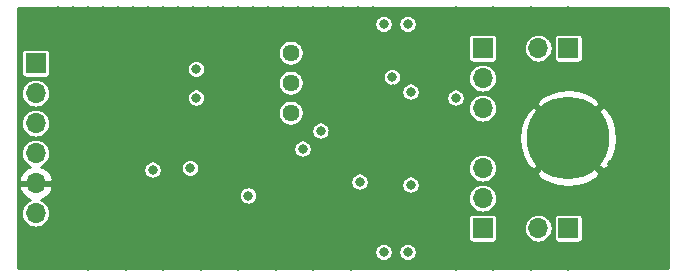
<source format=gbr>
G04 #@! TF.GenerationSoftware,KiCad,Pcbnew,5.1.4-e60b266~84~ubuntu18.04.1*
G04 #@! TF.CreationDate,2019-09-09T22:27:04+10:00*
G04 #@! TF.ProjectId,comparator,636f6d70-6172-4617-946f-722e6b696361,21/06/19*
G04 #@! TF.SameCoordinates,Original*
G04 #@! TF.FileFunction,Copper,L2,Inr*
G04 #@! TF.FilePolarity,Positive*
%FSLAX46Y46*%
G04 Gerber Fmt 4.6, Leading zero omitted, Abs format (unit mm)*
G04 Created by KiCad (PCBNEW 5.1.4-e60b266~84~ubuntu18.04.1) date 2019-09-09 22:27:04*
%MOMM*%
%LPD*%
G04 APERTURE LIST*
%ADD10C,7.000000*%
%ADD11C,0.800000*%
%ADD12R,1.700000X1.700000*%
%ADD13O,1.700000X1.700000*%
%ADD14C,1.440000*%
%ADD15C,0.254000*%
G04 APERTURE END LIST*
D10*
X168910000Y-97790000D03*
D11*
X171535000Y-97790000D03*
X170766155Y-99646155D03*
X168910000Y-100415000D03*
X167053845Y-99646155D03*
X166285000Y-97790000D03*
X167053845Y-95933845D03*
X168910000Y-95165000D03*
X170766155Y-95933845D03*
D12*
X123825000Y-91440000D03*
D13*
X123825000Y-93980000D03*
X123825000Y-96520000D03*
X123825000Y-99060000D03*
X123825000Y-101600000D03*
X123825000Y-104140000D03*
X166370000Y-105410000D03*
D12*
X168910000Y-105410000D03*
D13*
X161671000Y-100330000D03*
X161671000Y-102870000D03*
D12*
X161671000Y-105410000D03*
X168910000Y-90170000D03*
D13*
X166370000Y-90170000D03*
D12*
X161671000Y-90170000D03*
D13*
X161671000Y-92710000D03*
X161671000Y-95250000D03*
D14*
X145415000Y-90551000D03*
X145415000Y-93091000D03*
X145415000Y-95631000D03*
D11*
X133350000Y-86995000D03*
X134620000Y-86995000D03*
X135890000Y-86995000D03*
X137160000Y-86995000D03*
X138430000Y-86995000D03*
X139700000Y-86995000D03*
X140970000Y-86995000D03*
X142240000Y-86995000D03*
X143510000Y-86995000D03*
X144780000Y-86995000D03*
X146050000Y-86995000D03*
X147320000Y-86995000D03*
X148590000Y-86995000D03*
X149860000Y-86995000D03*
X151130000Y-86995000D03*
X152400000Y-86995000D03*
X125730000Y-86995000D03*
X128270000Y-86995000D03*
X129540000Y-86995000D03*
X130810000Y-86995000D03*
X132080000Y-86995000D03*
X127000000Y-86995000D03*
X142748000Y-100076000D03*
X138430000Y-105791000D03*
X140081000Y-105791000D03*
X137160000Y-104521000D03*
X145415000Y-105918000D03*
X146939000Y-105918000D03*
X148590000Y-105918000D03*
X141859000Y-100076000D03*
X143637000Y-100076000D03*
X125603000Y-101600000D03*
X125603000Y-100711000D03*
X125603000Y-102489000D03*
X125984000Y-106045000D03*
X127254000Y-107442000D03*
X128524000Y-106045000D03*
X135255000Y-107442000D03*
X135255000Y-104648000D03*
X135255000Y-102870000D03*
X135255000Y-100076000D03*
X141605000Y-92456000D03*
X141605000Y-93853000D03*
X152654000Y-96520000D03*
X154051000Y-96520000D03*
X152654000Y-98552000D03*
X154051000Y-99187000D03*
X152654000Y-100584000D03*
X154051000Y-101981000D03*
X152908000Y-97536000D03*
X152400000Y-93599000D03*
X154051000Y-93599000D03*
X157226000Y-87757000D03*
X155829000Y-90932000D03*
X157226000Y-107823000D03*
X155829000Y-104648000D03*
X175641000Y-107315000D03*
X175641000Y-104140000D03*
X172593000Y-105664000D03*
X175641000Y-98425000D03*
X172593000Y-99949000D03*
X175641000Y-101600000D03*
X175641000Y-97155000D03*
X172593000Y-95504000D03*
X175641000Y-93980000D03*
X175641000Y-91440000D03*
X175641000Y-88265000D03*
X172593000Y-89916000D03*
X173482000Y-88265000D03*
X173482000Y-91440000D03*
X173355000Y-93980000D03*
X173355000Y-97155000D03*
X173355000Y-98425000D03*
X173355000Y-101600000D03*
X173355000Y-104140000D03*
X173355000Y-107315000D03*
X162687000Y-99187000D03*
X164084000Y-97790000D03*
X162687000Y-96393000D03*
X149733000Y-97282000D03*
X132969000Y-96901000D03*
X125857000Y-92710000D03*
X134874000Y-96393000D03*
X131572000Y-98171000D03*
X125857000Y-95250000D03*
X125857000Y-89916000D03*
X128270000Y-108585000D03*
X131445000Y-108585000D03*
X134620000Y-108585000D03*
X137795000Y-108585000D03*
X140970000Y-108585000D03*
X144145000Y-108585000D03*
X147320000Y-108585000D03*
X150495000Y-108585000D03*
X159385000Y-108585000D03*
X162560000Y-108585000D03*
X165735000Y-108585000D03*
X168910000Y-108585000D03*
X159385000Y-86995000D03*
X162560000Y-86995000D03*
X165735000Y-86995000D03*
X168910000Y-86995000D03*
X164465000Y-91440000D03*
X164465000Y-93980000D03*
X171450000Y-93980000D03*
X171450000Y-91440000D03*
X164465000Y-101600000D03*
X164465000Y-104140000D03*
X171450000Y-101600000D03*
X171450000Y-104140000D03*
X158877000Y-97790000D03*
X158115000Y-94234000D03*
X158115000Y-101600000D03*
X147193000Y-99441000D03*
X147193000Y-96393000D03*
X131318000Y-92710000D03*
X129032000Y-95758000D03*
X130175000Y-94234000D03*
X148971000Y-97282000D03*
X155575000Y-101727000D03*
X136906000Y-100330000D03*
X137414000Y-91948000D03*
X133731000Y-100457000D03*
X141826591Y-102646002D03*
X153289000Y-88138000D03*
X155321000Y-107442000D03*
X155321000Y-88138000D03*
X155575000Y-93853000D03*
X137414000Y-94361000D03*
X151257000Y-101473000D03*
X153289000Y-107442000D03*
X154014000Y-92599683D03*
X159385000Y-94361000D03*
X147955000Y-97155000D03*
X146431000Y-98679000D03*
D15*
G36*
X177373001Y-108793000D02*
G01*
X122322000Y-108793000D01*
X122322000Y-107365472D01*
X152512000Y-107365472D01*
X152512000Y-107518528D01*
X152541859Y-107668643D01*
X152600431Y-107810048D01*
X152685464Y-107937309D01*
X152793691Y-108045536D01*
X152920952Y-108130569D01*
X153062357Y-108189141D01*
X153212472Y-108219000D01*
X153365528Y-108219000D01*
X153515643Y-108189141D01*
X153657048Y-108130569D01*
X153784309Y-108045536D01*
X153892536Y-107937309D01*
X153977569Y-107810048D01*
X154036141Y-107668643D01*
X154066000Y-107518528D01*
X154066000Y-107365472D01*
X154544000Y-107365472D01*
X154544000Y-107518528D01*
X154573859Y-107668643D01*
X154632431Y-107810048D01*
X154717464Y-107937309D01*
X154825691Y-108045536D01*
X154952952Y-108130569D01*
X155094357Y-108189141D01*
X155244472Y-108219000D01*
X155397528Y-108219000D01*
X155547643Y-108189141D01*
X155689048Y-108130569D01*
X155816309Y-108045536D01*
X155924536Y-107937309D01*
X156009569Y-107810048D01*
X156068141Y-107668643D01*
X156098000Y-107518528D01*
X156098000Y-107365472D01*
X156068141Y-107215357D01*
X156009569Y-107073952D01*
X155924536Y-106946691D01*
X155816309Y-106838464D01*
X155689048Y-106753431D01*
X155547643Y-106694859D01*
X155397528Y-106665000D01*
X155244472Y-106665000D01*
X155094357Y-106694859D01*
X154952952Y-106753431D01*
X154825691Y-106838464D01*
X154717464Y-106946691D01*
X154632431Y-107073952D01*
X154573859Y-107215357D01*
X154544000Y-107365472D01*
X154066000Y-107365472D01*
X154036141Y-107215357D01*
X153977569Y-107073952D01*
X153892536Y-106946691D01*
X153784309Y-106838464D01*
X153657048Y-106753431D01*
X153515643Y-106694859D01*
X153365528Y-106665000D01*
X153212472Y-106665000D01*
X153062357Y-106694859D01*
X152920952Y-106753431D01*
X152793691Y-106838464D01*
X152685464Y-106946691D01*
X152600431Y-107073952D01*
X152541859Y-107215357D01*
X152512000Y-107365472D01*
X122322000Y-107365472D01*
X122322000Y-101956890D01*
X122383524Y-101956890D01*
X122428175Y-102104099D01*
X122553359Y-102366920D01*
X122727412Y-102600269D01*
X122943645Y-102795178D01*
X123193748Y-102944157D01*
X123353488Y-103000821D01*
X123353176Y-103000916D01*
X123140017Y-103114851D01*
X122953183Y-103268183D01*
X122799851Y-103455017D01*
X122685916Y-103668176D01*
X122615755Y-103899466D01*
X122592064Y-104140000D01*
X122615755Y-104380534D01*
X122685916Y-104611824D01*
X122799851Y-104824983D01*
X122953183Y-105011817D01*
X123140017Y-105165149D01*
X123353176Y-105279084D01*
X123584466Y-105349245D01*
X123764732Y-105367000D01*
X123885268Y-105367000D01*
X124065534Y-105349245D01*
X124296824Y-105279084D01*
X124509983Y-105165149D01*
X124696817Y-105011817D01*
X124850149Y-104824983D01*
X124964084Y-104611824D01*
X124979804Y-104560000D01*
X160442176Y-104560000D01*
X160442176Y-106260000D01*
X160449455Y-106333905D01*
X160471012Y-106404970D01*
X160506019Y-106470463D01*
X160553131Y-106527869D01*
X160610537Y-106574981D01*
X160676030Y-106609988D01*
X160747095Y-106631545D01*
X160821000Y-106638824D01*
X162521000Y-106638824D01*
X162594905Y-106631545D01*
X162665970Y-106609988D01*
X162731463Y-106574981D01*
X162788869Y-106527869D01*
X162835981Y-106470463D01*
X162870988Y-106404970D01*
X162892545Y-106333905D01*
X162899824Y-106260000D01*
X162899824Y-105410000D01*
X165137064Y-105410000D01*
X165160755Y-105650534D01*
X165230916Y-105881824D01*
X165344851Y-106094983D01*
X165498183Y-106281817D01*
X165685017Y-106435149D01*
X165898176Y-106549084D01*
X166129466Y-106619245D01*
X166309732Y-106637000D01*
X166430268Y-106637000D01*
X166610534Y-106619245D01*
X166841824Y-106549084D01*
X167054983Y-106435149D01*
X167241817Y-106281817D01*
X167395149Y-106094983D01*
X167509084Y-105881824D01*
X167579245Y-105650534D01*
X167602936Y-105410000D01*
X167579245Y-105169466D01*
X167509084Y-104938176D01*
X167395149Y-104725017D01*
X167259722Y-104560000D01*
X167681176Y-104560000D01*
X167681176Y-106260000D01*
X167688455Y-106333905D01*
X167710012Y-106404970D01*
X167745019Y-106470463D01*
X167792131Y-106527869D01*
X167849537Y-106574981D01*
X167915030Y-106609988D01*
X167986095Y-106631545D01*
X168060000Y-106638824D01*
X169760000Y-106638824D01*
X169833905Y-106631545D01*
X169904970Y-106609988D01*
X169970463Y-106574981D01*
X170027869Y-106527869D01*
X170074981Y-106470463D01*
X170109988Y-106404970D01*
X170131545Y-106333905D01*
X170138824Y-106260000D01*
X170138824Y-104560000D01*
X170131545Y-104486095D01*
X170109988Y-104415030D01*
X170074981Y-104349537D01*
X170027869Y-104292131D01*
X169970463Y-104245019D01*
X169904970Y-104210012D01*
X169833905Y-104188455D01*
X169760000Y-104181176D01*
X168060000Y-104181176D01*
X167986095Y-104188455D01*
X167915030Y-104210012D01*
X167849537Y-104245019D01*
X167792131Y-104292131D01*
X167745019Y-104349537D01*
X167710012Y-104415030D01*
X167688455Y-104486095D01*
X167681176Y-104560000D01*
X167259722Y-104560000D01*
X167241817Y-104538183D01*
X167054983Y-104384851D01*
X166841824Y-104270916D01*
X166610534Y-104200755D01*
X166430268Y-104183000D01*
X166309732Y-104183000D01*
X166129466Y-104200755D01*
X165898176Y-104270916D01*
X165685017Y-104384851D01*
X165498183Y-104538183D01*
X165344851Y-104725017D01*
X165230916Y-104938176D01*
X165160755Y-105169466D01*
X165137064Y-105410000D01*
X162899824Y-105410000D01*
X162899824Y-104560000D01*
X162892545Y-104486095D01*
X162870988Y-104415030D01*
X162835981Y-104349537D01*
X162788869Y-104292131D01*
X162731463Y-104245019D01*
X162665970Y-104210012D01*
X162594905Y-104188455D01*
X162521000Y-104181176D01*
X160821000Y-104181176D01*
X160747095Y-104188455D01*
X160676030Y-104210012D01*
X160610537Y-104245019D01*
X160553131Y-104292131D01*
X160506019Y-104349537D01*
X160471012Y-104415030D01*
X160449455Y-104486095D01*
X160442176Y-104560000D01*
X124979804Y-104560000D01*
X125034245Y-104380534D01*
X125057936Y-104140000D01*
X125034245Y-103899466D01*
X124964084Y-103668176D01*
X124850149Y-103455017D01*
X124696817Y-103268183D01*
X124509983Y-103114851D01*
X124296824Y-103000916D01*
X124296512Y-103000821D01*
X124456252Y-102944157D01*
X124706355Y-102795178D01*
X124922588Y-102600269D01*
X124945557Y-102569474D01*
X141049591Y-102569474D01*
X141049591Y-102722530D01*
X141079450Y-102872645D01*
X141138022Y-103014050D01*
X141223055Y-103141311D01*
X141331282Y-103249538D01*
X141458543Y-103334571D01*
X141599948Y-103393143D01*
X141750063Y-103423002D01*
X141903119Y-103423002D01*
X142053234Y-103393143D01*
X142194639Y-103334571D01*
X142321900Y-103249538D01*
X142430127Y-103141311D01*
X142515160Y-103014050D01*
X142573732Y-102872645D01*
X142574258Y-102870000D01*
X160438064Y-102870000D01*
X160461755Y-103110534D01*
X160531916Y-103341824D01*
X160645851Y-103554983D01*
X160799183Y-103741817D01*
X160986017Y-103895149D01*
X161199176Y-104009084D01*
X161430466Y-104079245D01*
X161610732Y-104097000D01*
X161731268Y-104097000D01*
X161911534Y-104079245D01*
X162142824Y-104009084D01*
X162355983Y-103895149D01*
X162542817Y-103741817D01*
X162696149Y-103554983D01*
X162810084Y-103341824D01*
X162880245Y-103110534D01*
X162903936Y-102870000D01*
X162880245Y-102629466D01*
X162810084Y-102398176D01*
X162696149Y-102185017D01*
X162542817Y-101998183D01*
X162355983Y-101844851D01*
X162142824Y-101730916D01*
X161911534Y-101660755D01*
X161731268Y-101643000D01*
X161610732Y-101643000D01*
X161430466Y-101660755D01*
X161199176Y-101730916D01*
X160986017Y-101844851D01*
X160799183Y-101998183D01*
X160645851Y-102185017D01*
X160531916Y-102398176D01*
X160461755Y-102629466D01*
X160438064Y-102870000D01*
X142574258Y-102870000D01*
X142603591Y-102722530D01*
X142603591Y-102569474D01*
X142573732Y-102419359D01*
X142515160Y-102277954D01*
X142430127Y-102150693D01*
X142321900Y-102042466D01*
X142194639Y-101957433D01*
X142053234Y-101898861D01*
X141903119Y-101869002D01*
X141750063Y-101869002D01*
X141599948Y-101898861D01*
X141458543Y-101957433D01*
X141331282Y-102042466D01*
X141223055Y-102150693D01*
X141138022Y-102277954D01*
X141079450Y-102419359D01*
X141049591Y-102569474D01*
X124945557Y-102569474D01*
X125096641Y-102366920D01*
X125221825Y-102104099D01*
X125266476Y-101956890D01*
X125145155Y-101727000D01*
X123952000Y-101727000D01*
X123952000Y-101747000D01*
X123698000Y-101747000D01*
X123698000Y-101727000D01*
X122504845Y-101727000D01*
X122383524Y-101956890D01*
X122322000Y-101956890D01*
X122322000Y-101243110D01*
X122383524Y-101243110D01*
X122504845Y-101473000D01*
X123698000Y-101473000D01*
X123698000Y-101453000D01*
X123952000Y-101453000D01*
X123952000Y-101473000D01*
X125145155Y-101473000D01*
X125185541Y-101396472D01*
X150480000Y-101396472D01*
X150480000Y-101549528D01*
X150509859Y-101699643D01*
X150568431Y-101841048D01*
X150653464Y-101968309D01*
X150761691Y-102076536D01*
X150888952Y-102161569D01*
X151030357Y-102220141D01*
X151180472Y-102250000D01*
X151333528Y-102250000D01*
X151483643Y-102220141D01*
X151625048Y-102161569D01*
X151752309Y-102076536D01*
X151860536Y-101968309D01*
X151945569Y-101841048D01*
X152004141Y-101699643D01*
X152013921Y-101650472D01*
X154798000Y-101650472D01*
X154798000Y-101803528D01*
X154827859Y-101953643D01*
X154886431Y-102095048D01*
X154971464Y-102222309D01*
X155079691Y-102330536D01*
X155206952Y-102415569D01*
X155348357Y-102474141D01*
X155498472Y-102504000D01*
X155651528Y-102504000D01*
X155801643Y-102474141D01*
X155943048Y-102415569D01*
X156070309Y-102330536D01*
X156178536Y-102222309D01*
X156263569Y-102095048D01*
X156322141Y-101953643D01*
X156352000Y-101803528D01*
X156352000Y-101650472D01*
X156322141Y-101500357D01*
X156263569Y-101358952D01*
X156178536Y-101231691D01*
X156070309Y-101123464D01*
X155943048Y-101038431D01*
X155801643Y-100979859D01*
X155651528Y-100950000D01*
X155498472Y-100950000D01*
X155348357Y-100979859D01*
X155206952Y-101038431D01*
X155079691Y-101123464D01*
X154971464Y-101231691D01*
X154886431Y-101358952D01*
X154827859Y-101500357D01*
X154798000Y-101650472D01*
X152013921Y-101650472D01*
X152034000Y-101549528D01*
X152034000Y-101396472D01*
X152004141Y-101246357D01*
X151945569Y-101104952D01*
X151860536Y-100977691D01*
X151752309Y-100869464D01*
X151625048Y-100784431D01*
X151483643Y-100725859D01*
X151333528Y-100696000D01*
X151180472Y-100696000D01*
X151030357Y-100725859D01*
X150888952Y-100784431D01*
X150761691Y-100869464D01*
X150653464Y-100977691D01*
X150568431Y-101104952D01*
X150509859Y-101246357D01*
X150480000Y-101396472D01*
X125185541Y-101396472D01*
X125266476Y-101243110D01*
X125221825Y-101095901D01*
X125096641Y-100833080D01*
X124922588Y-100599731D01*
X124706355Y-100404822D01*
X124665477Y-100380472D01*
X132954000Y-100380472D01*
X132954000Y-100533528D01*
X132983859Y-100683643D01*
X133042431Y-100825048D01*
X133127464Y-100952309D01*
X133235691Y-101060536D01*
X133362952Y-101145569D01*
X133504357Y-101204141D01*
X133654472Y-101234000D01*
X133807528Y-101234000D01*
X133957643Y-101204141D01*
X134099048Y-101145569D01*
X134226309Y-101060536D01*
X134334536Y-100952309D01*
X134419569Y-100825048D01*
X134478141Y-100683643D01*
X134508000Y-100533528D01*
X134508000Y-100380472D01*
X134482739Y-100253472D01*
X136129000Y-100253472D01*
X136129000Y-100406528D01*
X136158859Y-100556643D01*
X136217431Y-100698048D01*
X136302464Y-100825309D01*
X136410691Y-100933536D01*
X136537952Y-101018569D01*
X136679357Y-101077141D01*
X136829472Y-101107000D01*
X136982528Y-101107000D01*
X137132643Y-101077141D01*
X137274048Y-101018569D01*
X137401309Y-100933536D01*
X137509536Y-100825309D01*
X137594569Y-100698048D01*
X137653141Y-100556643D01*
X137683000Y-100406528D01*
X137683000Y-100330000D01*
X160438064Y-100330000D01*
X160461755Y-100570534D01*
X160531916Y-100801824D01*
X160645851Y-101014983D01*
X160799183Y-101201817D01*
X160986017Y-101355149D01*
X161199176Y-101469084D01*
X161430466Y-101539245D01*
X161610732Y-101557000D01*
X161731268Y-101557000D01*
X161911534Y-101539245D01*
X162142824Y-101469084D01*
X162355983Y-101355149D01*
X162542817Y-101201817D01*
X162696149Y-101014983D01*
X162810084Y-100801824D01*
X162839711Y-100704155D01*
X166175450Y-100704155D01*
X166571634Y-101224550D01*
X167286612Y-101614748D01*
X168063976Y-101857964D01*
X168873853Y-101944851D01*
X169685118Y-101872069D01*
X170466597Y-101642415D01*
X171188256Y-101264715D01*
X171248366Y-101224550D01*
X171644550Y-100704155D01*
X168910000Y-97969605D01*
X166175450Y-100704155D01*
X162839711Y-100704155D01*
X162880245Y-100570534D01*
X162903936Y-100330000D01*
X162880245Y-100089466D01*
X162810084Y-99858176D01*
X162696149Y-99645017D01*
X162542817Y-99458183D01*
X162355983Y-99304851D01*
X162142824Y-99190916D01*
X161911534Y-99120755D01*
X161731268Y-99103000D01*
X161610732Y-99103000D01*
X161430466Y-99120755D01*
X161199176Y-99190916D01*
X160986017Y-99304851D01*
X160799183Y-99458183D01*
X160645851Y-99645017D01*
X160531916Y-99858176D01*
X160461755Y-100089466D01*
X160438064Y-100330000D01*
X137683000Y-100330000D01*
X137683000Y-100253472D01*
X137653141Y-100103357D01*
X137594569Y-99961952D01*
X137509536Y-99834691D01*
X137401309Y-99726464D01*
X137274048Y-99641431D01*
X137132643Y-99582859D01*
X136982528Y-99553000D01*
X136829472Y-99553000D01*
X136679357Y-99582859D01*
X136537952Y-99641431D01*
X136410691Y-99726464D01*
X136302464Y-99834691D01*
X136217431Y-99961952D01*
X136158859Y-100103357D01*
X136129000Y-100253472D01*
X134482739Y-100253472D01*
X134478141Y-100230357D01*
X134419569Y-100088952D01*
X134334536Y-99961691D01*
X134226309Y-99853464D01*
X134099048Y-99768431D01*
X133957643Y-99709859D01*
X133807528Y-99680000D01*
X133654472Y-99680000D01*
X133504357Y-99709859D01*
X133362952Y-99768431D01*
X133235691Y-99853464D01*
X133127464Y-99961691D01*
X133042431Y-100088952D01*
X132983859Y-100230357D01*
X132954000Y-100380472D01*
X124665477Y-100380472D01*
X124456252Y-100255843D01*
X124296512Y-100199179D01*
X124296824Y-100199084D01*
X124509983Y-100085149D01*
X124696817Y-99931817D01*
X124850149Y-99744983D01*
X124964084Y-99531824D01*
X125034245Y-99300534D01*
X125057936Y-99060000D01*
X125034245Y-98819466D01*
X124968421Y-98602472D01*
X145654000Y-98602472D01*
X145654000Y-98755528D01*
X145683859Y-98905643D01*
X145742431Y-99047048D01*
X145827464Y-99174309D01*
X145935691Y-99282536D01*
X146062952Y-99367569D01*
X146204357Y-99426141D01*
X146354472Y-99456000D01*
X146507528Y-99456000D01*
X146657643Y-99426141D01*
X146799048Y-99367569D01*
X146926309Y-99282536D01*
X147034536Y-99174309D01*
X147119569Y-99047048D01*
X147178141Y-98905643D01*
X147208000Y-98755528D01*
X147208000Y-98602472D01*
X147178141Y-98452357D01*
X147119569Y-98310952D01*
X147034536Y-98183691D01*
X146926309Y-98075464D01*
X146799048Y-97990431D01*
X146657643Y-97931859D01*
X146507528Y-97902000D01*
X146354472Y-97902000D01*
X146204357Y-97931859D01*
X146062952Y-97990431D01*
X145935691Y-98075464D01*
X145827464Y-98183691D01*
X145742431Y-98310952D01*
X145683859Y-98452357D01*
X145654000Y-98602472D01*
X124968421Y-98602472D01*
X124964084Y-98588176D01*
X124850149Y-98375017D01*
X124696817Y-98188183D01*
X124509983Y-98034851D01*
X124296824Y-97920916D01*
X124065534Y-97850755D01*
X123885268Y-97833000D01*
X123764732Y-97833000D01*
X123584466Y-97850755D01*
X123353176Y-97920916D01*
X123140017Y-98034851D01*
X122953183Y-98188183D01*
X122799851Y-98375017D01*
X122685916Y-98588176D01*
X122615755Y-98819466D01*
X122592064Y-99060000D01*
X122615755Y-99300534D01*
X122685916Y-99531824D01*
X122799851Y-99744983D01*
X122953183Y-99931817D01*
X123140017Y-100085149D01*
X123353176Y-100199084D01*
X123353488Y-100199179D01*
X123193748Y-100255843D01*
X122943645Y-100404822D01*
X122727412Y-100599731D01*
X122553359Y-100833080D01*
X122428175Y-101095901D01*
X122383524Y-101243110D01*
X122322000Y-101243110D01*
X122322000Y-96520000D01*
X122592064Y-96520000D01*
X122615755Y-96760534D01*
X122685916Y-96991824D01*
X122799851Y-97204983D01*
X122953183Y-97391817D01*
X123140017Y-97545149D01*
X123353176Y-97659084D01*
X123584466Y-97729245D01*
X123764732Y-97747000D01*
X123885268Y-97747000D01*
X124065534Y-97729245D01*
X124296824Y-97659084D01*
X124509983Y-97545149D01*
X124696817Y-97391817D01*
X124850149Y-97204983D01*
X124917770Y-97078472D01*
X147178000Y-97078472D01*
X147178000Y-97231528D01*
X147207859Y-97381643D01*
X147266431Y-97523048D01*
X147351464Y-97650309D01*
X147459691Y-97758536D01*
X147586952Y-97843569D01*
X147728357Y-97902141D01*
X147878472Y-97932000D01*
X148031528Y-97932000D01*
X148181643Y-97902141D01*
X148323048Y-97843569D01*
X148450309Y-97758536D01*
X148454992Y-97753853D01*
X164755149Y-97753853D01*
X164827931Y-98565118D01*
X165057585Y-99346597D01*
X165435285Y-100068256D01*
X165475450Y-100128366D01*
X165995845Y-100524550D01*
X168730395Y-97790000D01*
X169089605Y-97790000D01*
X171824155Y-100524550D01*
X172344550Y-100128366D01*
X172734748Y-99413388D01*
X172977964Y-98636024D01*
X173064851Y-97826147D01*
X172992069Y-97014882D01*
X172762415Y-96233403D01*
X172384715Y-95511744D01*
X172344550Y-95451634D01*
X171824155Y-95055450D01*
X169089605Y-97790000D01*
X168730395Y-97790000D01*
X165995845Y-95055450D01*
X165475450Y-95451634D01*
X165085252Y-96166612D01*
X164842036Y-96943976D01*
X164755149Y-97753853D01*
X148454992Y-97753853D01*
X148558536Y-97650309D01*
X148643569Y-97523048D01*
X148702141Y-97381643D01*
X148732000Y-97231528D01*
X148732000Y-97078472D01*
X148702141Y-96928357D01*
X148643569Y-96786952D01*
X148558536Y-96659691D01*
X148450309Y-96551464D01*
X148323048Y-96466431D01*
X148181643Y-96407859D01*
X148031528Y-96378000D01*
X147878472Y-96378000D01*
X147728357Y-96407859D01*
X147586952Y-96466431D01*
X147459691Y-96551464D01*
X147351464Y-96659691D01*
X147266431Y-96786952D01*
X147207859Y-96928357D01*
X147178000Y-97078472D01*
X124917770Y-97078472D01*
X124964084Y-96991824D01*
X125034245Y-96760534D01*
X125057936Y-96520000D01*
X125034245Y-96279466D01*
X124964084Y-96048176D01*
X124850149Y-95835017D01*
X124696817Y-95648183D01*
X124544228Y-95522955D01*
X144318000Y-95522955D01*
X144318000Y-95739045D01*
X144360157Y-95950983D01*
X144442851Y-96150624D01*
X144562904Y-96330297D01*
X144715703Y-96483096D01*
X144895376Y-96603149D01*
X145095017Y-96685843D01*
X145306955Y-96728000D01*
X145523045Y-96728000D01*
X145734983Y-96685843D01*
X145934624Y-96603149D01*
X146114297Y-96483096D01*
X146267096Y-96330297D01*
X146387149Y-96150624D01*
X146469843Y-95950983D01*
X146512000Y-95739045D01*
X146512000Y-95522955D01*
X146469843Y-95311017D01*
X146444569Y-95250000D01*
X160438064Y-95250000D01*
X160461755Y-95490534D01*
X160531916Y-95721824D01*
X160645851Y-95934983D01*
X160799183Y-96121817D01*
X160986017Y-96275149D01*
X161199176Y-96389084D01*
X161430466Y-96459245D01*
X161610732Y-96477000D01*
X161731268Y-96477000D01*
X161911534Y-96459245D01*
X162142824Y-96389084D01*
X162355983Y-96275149D01*
X162542817Y-96121817D01*
X162696149Y-95934983D01*
X162810084Y-95721824D01*
X162880245Y-95490534D01*
X162903936Y-95250000D01*
X162880245Y-95009466D01*
X162839712Y-94875845D01*
X166175450Y-94875845D01*
X168910000Y-97610395D01*
X171644550Y-94875845D01*
X171248366Y-94355450D01*
X170533388Y-93965252D01*
X169756024Y-93722036D01*
X168946147Y-93635149D01*
X168134882Y-93707931D01*
X167353403Y-93937585D01*
X166631744Y-94315285D01*
X166571634Y-94355450D01*
X166175450Y-94875845D01*
X162839712Y-94875845D01*
X162810084Y-94778176D01*
X162696149Y-94565017D01*
X162542817Y-94378183D01*
X162355983Y-94224851D01*
X162142824Y-94110916D01*
X161911534Y-94040755D01*
X161731268Y-94023000D01*
X161610732Y-94023000D01*
X161430466Y-94040755D01*
X161199176Y-94110916D01*
X160986017Y-94224851D01*
X160799183Y-94378183D01*
X160645851Y-94565017D01*
X160531916Y-94778176D01*
X160461755Y-95009466D01*
X160438064Y-95250000D01*
X146444569Y-95250000D01*
X146387149Y-95111376D01*
X146267096Y-94931703D01*
X146114297Y-94778904D01*
X145934624Y-94658851D01*
X145734983Y-94576157D01*
X145523045Y-94534000D01*
X145306955Y-94534000D01*
X145095017Y-94576157D01*
X144895376Y-94658851D01*
X144715703Y-94778904D01*
X144562904Y-94931703D01*
X144442851Y-95111376D01*
X144360157Y-95311017D01*
X144318000Y-95522955D01*
X124544228Y-95522955D01*
X124509983Y-95494851D01*
X124296824Y-95380916D01*
X124065534Y-95310755D01*
X123885268Y-95293000D01*
X123764732Y-95293000D01*
X123584466Y-95310755D01*
X123353176Y-95380916D01*
X123140017Y-95494851D01*
X122953183Y-95648183D01*
X122799851Y-95835017D01*
X122685916Y-96048176D01*
X122615755Y-96279466D01*
X122592064Y-96520000D01*
X122322000Y-96520000D01*
X122322000Y-93980000D01*
X122592064Y-93980000D01*
X122615755Y-94220534D01*
X122685916Y-94451824D01*
X122799851Y-94664983D01*
X122953183Y-94851817D01*
X123140017Y-95005149D01*
X123353176Y-95119084D01*
X123584466Y-95189245D01*
X123764732Y-95207000D01*
X123885268Y-95207000D01*
X124065534Y-95189245D01*
X124296824Y-95119084D01*
X124509983Y-95005149D01*
X124696817Y-94851817D01*
X124850149Y-94664983D01*
X124964084Y-94451824D01*
X125014849Y-94284472D01*
X136637000Y-94284472D01*
X136637000Y-94437528D01*
X136666859Y-94587643D01*
X136725431Y-94729048D01*
X136810464Y-94856309D01*
X136918691Y-94964536D01*
X137045952Y-95049569D01*
X137187357Y-95108141D01*
X137337472Y-95138000D01*
X137490528Y-95138000D01*
X137640643Y-95108141D01*
X137782048Y-95049569D01*
X137909309Y-94964536D01*
X138017536Y-94856309D01*
X138102569Y-94729048D01*
X138161141Y-94587643D01*
X138191000Y-94437528D01*
X138191000Y-94284472D01*
X138161141Y-94134357D01*
X138102569Y-93992952D01*
X138017536Y-93865691D01*
X137909309Y-93757464D01*
X137782048Y-93672431D01*
X137640643Y-93613859D01*
X137490528Y-93584000D01*
X137337472Y-93584000D01*
X137187357Y-93613859D01*
X137045952Y-93672431D01*
X136918691Y-93757464D01*
X136810464Y-93865691D01*
X136725431Y-93992952D01*
X136666859Y-94134357D01*
X136637000Y-94284472D01*
X125014849Y-94284472D01*
X125034245Y-94220534D01*
X125057936Y-93980000D01*
X125034245Y-93739466D01*
X124964084Y-93508176D01*
X124850149Y-93295017D01*
X124696817Y-93108183D01*
X124544228Y-92982955D01*
X144318000Y-92982955D01*
X144318000Y-93199045D01*
X144360157Y-93410983D01*
X144442851Y-93610624D01*
X144562904Y-93790297D01*
X144715703Y-93943096D01*
X144895376Y-94063149D01*
X145095017Y-94145843D01*
X145306955Y-94188000D01*
X145523045Y-94188000D01*
X145734983Y-94145843D01*
X145934624Y-94063149D01*
X146114297Y-93943096D01*
X146267096Y-93790297D01*
X146276333Y-93776472D01*
X154798000Y-93776472D01*
X154798000Y-93929528D01*
X154827859Y-94079643D01*
X154886431Y-94221048D01*
X154971464Y-94348309D01*
X155079691Y-94456536D01*
X155206952Y-94541569D01*
X155348357Y-94600141D01*
X155498472Y-94630000D01*
X155651528Y-94630000D01*
X155801643Y-94600141D01*
X155943048Y-94541569D01*
X156070309Y-94456536D01*
X156178536Y-94348309D01*
X156221190Y-94284472D01*
X158608000Y-94284472D01*
X158608000Y-94437528D01*
X158637859Y-94587643D01*
X158696431Y-94729048D01*
X158781464Y-94856309D01*
X158889691Y-94964536D01*
X159016952Y-95049569D01*
X159158357Y-95108141D01*
X159308472Y-95138000D01*
X159461528Y-95138000D01*
X159611643Y-95108141D01*
X159753048Y-95049569D01*
X159880309Y-94964536D01*
X159988536Y-94856309D01*
X160073569Y-94729048D01*
X160132141Y-94587643D01*
X160162000Y-94437528D01*
X160162000Y-94284472D01*
X160132141Y-94134357D01*
X160073569Y-93992952D01*
X159988536Y-93865691D01*
X159880309Y-93757464D01*
X159753048Y-93672431D01*
X159611643Y-93613859D01*
X159461528Y-93584000D01*
X159308472Y-93584000D01*
X159158357Y-93613859D01*
X159016952Y-93672431D01*
X158889691Y-93757464D01*
X158781464Y-93865691D01*
X158696431Y-93992952D01*
X158637859Y-94134357D01*
X158608000Y-94284472D01*
X156221190Y-94284472D01*
X156263569Y-94221048D01*
X156322141Y-94079643D01*
X156352000Y-93929528D01*
X156352000Y-93776472D01*
X156322141Y-93626357D01*
X156263569Y-93484952D01*
X156178536Y-93357691D01*
X156070309Y-93249464D01*
X155943048Y-93164431D01*
X155801643Y-93105859D01*
X155651528Y-93076000D01*
X155498472Y-93076000D01*
X155348357Y-93105859D01*
X155206952Y-93164431D01*
X155079691Y-93249464D01*
X154971464Y-93357691D01*
X154886431Y-93484952D01*
X154827859Y-93626357D01*
X154798000Y-93776472D01*
X146276333Y-93776472D01*
X146387149Y-93610624D01*
X146469843Y-93410983D01*
X146512000Y-93199045D01*
X146512000Y-92982955D01*
X146469843Y-92771017D01*
X146387149Y-92571376D01*
X146354929Y-92523155D01*
X153237000Y-92523155D01*
X153237000Y-92676211D01*
X153266859Y-92826326D01*
X153325431Y-92967731D01*
X153410464Y-93094992D01*
X153518691Y-93203219D01*
X153645952Y-93288252D01*
X153787357Y-93346824D01*
X153937472Y-93376683D01*
X154090528Y-93376683D01*
X154240643Y-93346824D01*
X154382048Y-93288252D01*
X154509309Y-93203219D01*
X154617536Y-93094992D01*
X154702569Y-92967731D01*
X154761141Y-92826326D01*
X154784279Y-92710000D01*
X160438064Y-92710000D01*
X160461755Y-92950534D01*
X160531916Y-93181824D01*
X160645851Y-93394983D01*
X160799183Y-93581817D01*
X160986017Y-93735149D01*
X161199176Y-93849084D01*
X161430466Y-93919245D01*
X161610732Y-93937000D01*
X161731268Y-93937000D01*
X161911534Y-93919245D01*
X162142824Y-93849084D01*
X162355983Y-93735149D01*
X162542817Y-93581817D01*
X162696149Y-93394983D01*
X162810084Y-93181824D01*
X162880245Y-92950534D01*
X162903936Y-92710000D01*
X162880245Y-92469466D01*
X162810084Y-92238176D01*
X162696149Y-92025017D01*
X162542817Y-91838183D01*
X162355983Y-91684851D01*
X162142824Y-91570916D01*
X161911534Y-91500755D01*
X161731268Y-91483000D01*
X161610732Y-91483000D01*
X161430466Y-91500755D01*
X161199176Y-91570916D01*
X160986017Y-91684851D01*
X160799183Y-91838183D01*
X160645851Y-92025017D01*
X160531916Y-92238176D01*
X160461755Y-92469466D01*
X160438064Y-92710000D01*
X154784279Y-92710000D01*
X154791000Y-92676211D01*
X154791000Y-92523155D01*
X154761141Y-92373040D01*
X154702569Y-92231635D01*
X154617536Y-92104374D01*
X154509309Y-91996147D01*
X154382048Y-91911114D01*
X154240643Y-91852542D01*
X154090528Y-91822683D01*
X153937472Y-91822683D01*
X153787357Y-91852542D01*
X153645952Y-91911114D01*
X153518691Y-91996147D01*
X153410464Y-92104374D01*
X153325431Y-92231635D01*
X153266859Y-92373040D01*
X153237000Y-92523155D01*
X146354929Y-92523155D01*
X146267096Y-92391703D01*
X146114297Y-92238904D01*
X145934624Y-92118851D01*
X145734983Y-92036157D01*
X145523045Y-91994000D01*
X145306955Y-91994000D01*
X145095017Y-92036157D01*
X144895376Y-92118851D01*
X144715703Y-92238904D01*
X144562904Y-92391703D01*
X144442851Y-92571376D01*
X144360157Y-92771017D01*
X144318000Y-92982955D01*
X124544228Y-92982955D01*
X124509983Y-92954851D01*
X124296824Y-92840916D01*
X124065534Y-92770755D01*
X123885268Y-92753000D01*
X123764732Y-92753000D01*
X123584466Y-92770755D01*
X123353176Y-92840916D01*
X123140017Y-92954851D01*
X122953183Y-93108183D01*
X122799851Y-93295017D01*
X122685916Y-93508176D01*
X122615755Y-93739466D01*
X122592064Y-93980000D01*
X122322000Y-93980000D01*
X122322000Y-90590000D01*
X122596176Y-90590000D01*
X122596176Y-92290000D01*
X122603455Y-92363905D01*
X122625012Y-92434970D01*
X122660019Y-92500463D01*
X122707131Y-92557869D01*
X122764537Y-92604981D01*
X122830030Y-92639988D01*
X122901095Y-92661545D01*
X122975000Y-92668824D01*
X124675000Y-92668824D01*
X124748905Y-92661545D01*
X124819970Y-92639988D01*
X124885463Y-92604981D01*
X124942869Y-92557869D01*
X124989981Y-92500463D01*
X125024988Y-92434970D01*
X125046545Y-92363905D01*
X125053824Y-92290000D01*
X125053824Y-91871472D01*
X136637000Y-91871472D01*
X136637000Y-92024528D01*
X136666859Y-92174643D01*
X136725431Y-92316048D01*
X136810464Y-92443309D01*
X136918691Y-92551536D01*
X137045952Y-92636569D01*
X137187357Y-92695141D01*
X137337472Y-92725000D01*
X137490528Y-92725000D01*
X137640643Y-92695141D01*
X137782048Y-92636569D01*
X137909309Y-92551536D01*
X138017536Y-92443309D01*
X138102569Y-92316048D01*
X138161141Y-92174643D01*
X138191000Y-92024528D01*
X138191000Y-91871472D01*
X138161141Y-91721357D01*
X138102569Y-91579952D01*
X138017536Y-91452691D01*
X137909309Y-91344464D01*
X137782048Y-91259431D01*
X137640643Y-91200859D01*
X137490528Y-91171000D01*
X137337472Y-91171000D01*
X137187357Y-91200859D01*
X137045952Y-91259431D01*
X136918691Y-91344464D01*
X136810464Y-91452691D01*
X136725431Y-91579952D01*
X136666859Y-91721357D01*
X136637000Y-91871472D01*
X125053824Y-91871472D01*
X125053824Y-90590000D01*
X125046545Y-90516095D01*
X125024988Y-90445030D01*
X125023879Y-90442955D01*
X144318000Y-90442955D01*
X144318000Y-90659045D01*
X144360157Y-90870983D01*
X144442851Y-91070624D01*
X144562904Y-91250297D01*
X144715703Y-91403096D01*
X144895376Y-91523149D01*
X145095017Y-91605843D01*
X145306955Y-91648000D01*
X145523045Y-91648000D01*
X145734983Y-91605843D01*
X145934624Y-91523149D01*
X146114297Y-91403096D01*
X146267096Y-91250297D01*
X146387149Y-91070624D01*
X146469843Y-90870983D01*
X146512000Y-90659045D01*
X146512000Y-90442955D01*
X146469843Y-90231017D01*
X146387149Y-90031376D01*
X146267096Y-89851703D01*
X146114297Y-89698904D01*
X145934624Y-89578851D01*
X145734983Y-89496157D01*
X145523045Y-89454000D01*
X145306955Y-89454000D01*
X145095017Y-89496157D01*
X144895376Y-89578851D01*
X144715703Y-89698904D01*
X144562904Y-89851703D01*
X144442851Y-90031376D01*
X144360157Y-90231017D01*
X144318000Y-90442955D01*
X125023879Y-90442955D01*
X124989981Y-90379537D01*
X124942869Y-90322131D01*
X124885463Y-90275019D01*
X124819970Y-90240012D01*
X124748905Y-90218455D01*
X124675000Y-90211176D01*
X122975000Y-90211176D01*
X122901095Y-90218455D01*
X122830030Y-90240012D01*
X122764537Y-90275019D01*
X122707131Y-90322131D01*
X122660019Y-90379537D01*
X122625012Y-90445030D01*
X122603455Y-90516095D01*
X122596176Y-90590000D01*
X122322000Y-90590000D01*
X122322000Y-89320000D01*
X160442176Y-89320000D01*
X160442176Y-91020000D01*
X160449455Y-91093905D01*
X160471012Y-91164970D01*
X160506019Y-91230463D01*
X160553131Y-91287869D01*
X160610537Y-91334981D01*
X160676030Y-91369988D01*
X160747095Y-91391545D01*
X160821000Y-91398824D01*
X162521000Y-91398824D01*
X162594905Y-91391545D01*
X162665970Y-91369988D01*
X162731463Y-91334981D01*
X162788869Y-91287869D01*
X162835981Y-91230463D01*
X162870988Y-91164970D01*
X162892545Y-91093905D01*
X162899824Y-91020000D01*
X162899824Y-90170000D01*
X165137064Y-90170000D01*
X165160755Y-90410534D01*
X165230916Y-90641824D01*
X165344851Y-90854983D01*
X165498183Y-91041817D01*
X165685017Y-91195149D01*
X165898176Y-91309084D01*
X166129466Y-91379245D01*
X166309732Y-91397000D01*
X166430268Y-91397000D01*
X166610534Y-91379245D01*
X166841824Y-91309084D01*
X167054983Y-91195149D01*
X167241817Y-91041817D01*
X167395149Y-90854983D01*
X167509084Y-90641824D01*
X167579245Y-90410534D01*
X167602936Y-90170000D01*
X167579245Y-89929466D01*
X167509084Y-89698176D01*
X167395149Y-89485017D01*
X167259722Y-89320000D01*
X167681176Y-89320000D01*
X167681176Y-91020000D01*
X167688455Y-91093905D01*
X167710012Y-91164970D01*
X167745019Y-91230463D01*
X167792131Y-91287869D01*
X167849537Y-91334981D01*
X167915030Y-91369988D01*
X167986095Y-91391545D01*
X168060000Y-91398824D01*
X169760000Y-91398824D01*
X169833905Y-91391545D01*
X169904970Y-91369988D01*
X169970463Y-91334981D01*
X170027869Y-91287869D01*
X170074981Y-91230463D01*
X170109988Y-91164970D01*
X170131545Y-91093905D01*
X170138824Y-91020000D01*
X170138824Y-89320000D01*
X170131545Y-89246095D01*
X170109988Y-89175030D01*
X170074981Y-89109537D01*
X170027869Y-89052131D01*
X169970463Y-89005019D01*
X169904970Y-88970012D01*
X169833905Y-88948455D01*
X169760000Y-88941176D01*
X168060000Y-88941176D01*
X167986095Y-88948455D01*
X167915030Y-88970012D01*
X167849537Y-89005019D01*
X167792131Y-89052131D01*
X167745019Y-89109537D01*
X167710012Y-89175030D01*
X167688455Y-89246095D01*
X167681176Y-89320000D01*
X167259722Y-89320000D01*
X167241817Y-89298183D01*
X167054983Y-89144851D01*
X166841824Y-89030916D01*
X166610534Y-88960755D01*
X166430268Y-88943000D01*
X166309732Y-88943000D01*
X166129466Y-88960755D01*
X165898176Y-89030916D01*
X165685017Y-89144851D01*
X165498183Y-89298183D01*
X165344851Y-89485017D01*
X165230916Y-89698176D01*
X165160755Y-89929466D01*
X165137064Y-90170000D01*
X162899824Y-90170000D01*
X162899824Y-89320000D01*
X162892545Y-89246095D01*
X162870988Y-89175030D01*
X162835981Y-89109537D01*
X162788869Y-89052131D01*
X162731463Y-89005019D01*
X162665970Y-88970012D01*
X162594905Y-88948455D01*
X162521000Y-88941176D01*
X160821000Y-88941176D01*
X160747095Y-88948455D01*
X160676030Y-88970012D01*
X160610537Y-89005019D01*
X160553131Y-89052131D01*
X160506019Y-89109537D01*
X160471012Y-89175030D01*
X160449455Y-89246095D01*
X160442176Y-89320000D01*
X122322000Y-89320000D01*
X122322000Y-88061472D01*
X152512000Y-88061472D01*
X152512000Y-88214528D01*
X152541859Y-88364643D01*
X152600431Y-88506048D01*
X152685464Y-88633309D01*
X152793691Y-88741536D01*
X152920952Y-88826569D01*
X153062357Y-88885141D01*
X153212472Y-88915000D01*
X153365528Y-88915000D01*
X153515643Y-88885141D01*
X153657048Y-88826569D01*
X153784309Y-88741536D01*
X153892536Y-88633309D01*
X153977569Y-88506048D01*
X154036141Y-88364643D01*
X154066000Y-88214528D01*
X154066000Y-88061472D01*
X154544000Y-88061472D01*
X154544000Y-88214528D01*
X154573859Y-88364643D01*
X154632431Y-88506048D01*
X154717464Y-88633309D01*
X154825691Y-88741536D01*
X154952952Y-88826569D01*
X155094357Y-88885141D01*
X155244472Y-88915000D01*
X155397528Y-88915000D01*
X155547643Y-88885141D01*
X155689048Y-88826569D01*
X155816309Y-88741536D01*
X155924536Y-88633309D01*
X156009569Y-88506048D01*
X156068141Y-88364643D01*
X156098000Y-88214528D01*
X156098000Y-88061472D01*
X156068141Y-87911357D01*
X156009569Y-87769952D01*
X155924536Y-87642691D01*
X155816309Y-87534464D01*
X155689048Y-87449431D01*
X155547643Y-87390859D01*
X155397528Y-87361000D01*
X155244472Y-87361000D01*
X155094357Y-87390859D01*
X154952952Y-87449431D01*
X154825691Y-87534464D01*
X154717464Y-87642691D01*
X154632431Y-87769952D01*
X154573859Y-87911357D01*
X154544000Y-88061472D01*
X154066000Y-88061472D01*
X154036141Y-87911357D01*
X153977569Y-87769952D01*
X153892536Y-87642691D01*
X153784309Y-87534464D01*
X153657048Y-87449431D01*
X153515643Y-87390859D01*
X153365528Y-87361000D01*
X153212472Y-87361000D01*
X153062357Y-87390859D01*
X152920952Y-87449431D01*
X152793691Y-87534464D01*
X152685464Y-87642691D01*
X152600431Y-87769952D01*
X152541859Y-87911357D01*
X152512000Y-88061472D01*
X122322000Y-88061472D01*
X122322000Y-86787000D01*
X177373000Y-86787000D01*
X177373001Y-108793000D01*
X177373001Y-108793000D01*
G37*
X177373001Y-108793000D02*
X122322000Y-108793000D01*
X122322000Y-107365472D01*
X152512000Y-107365472D01*
X152512000Y-107518528D01*
X152541859Y-107668643D01*
X152600431Y-107810048D01*
X152685464Y-107937309D01*
X152793691Y-108045536D01*
X152920952Y-108130569D01*
X153062357Y-108189141D01*
X153212472Y-108219000D01*
X153365528Y-108219000D01*
X153515643Y-108189141D01*
X153657048Y-108130569D01*
X153784309Y-108045536D01*
X153892536Y-107937309D01*
X153977569Y-107810048D01*
X154036141Y-107668643D01*
X154066000Y-107518528D01*
X154066000Y-107365472D01*
X154544000Y-107365472D01*
X154544000Y-107518528D01*
X154573859Y-107668643D01*
X154632431Y-107810048D01*
X154717464Y-107937309D01*
X154825691Y-108045536D01*
X154952952Y-108130569D01*
X155094357Y-108189141D01*
X155244472Y-108219000D01*
X155397528Y-108219000D01*
X155547643Y-108189141D01*
X155689048Y-108130569D01*
X155816309Y-108045536D01*
X155924536Y-107937309D01*
X156009569Y-107810048D01*
X156068141Y-107668643D01*
X156098000Y-107518528D01*
X156098000Y-107365472D01*
X156068141Y-107215357D01*
X156009569Y-107073952D01*
X155924536Y-106946691D01*
X155816309Y-106838464D01*
X155689048Y-106753431D01*
X155547643Y-106694859D01*
X155397528Y-106665000D01*
X155244472Y-106665000D01*
X155094357Y-106694859D01*
X154952952Y-106753431D01*
X154825691Y-106838464D01*
X154717464Y-106946691D01*
X154632431Y-107073952D01*
X154573859Y-107215357D01*
X154544000Y-107365472D01*
X154066000Y-107365472D01*
X154036141Y-107215357D01*
X153977569Y-107073952D01*
X153892536Y-106946691D01*
X153784309Y-106838464D01*
X153657048Y-106753431D01*
X153515643Y-106694859D01*
X153365528Y-106665000D01*
X153212472Y-106665000D01*
X153062357Y-106694859D01*
X152920952Y-106753431D01*
X152793691Y-106838464D01*
X152685464Y-106946691D01*
X152600431Y-107073952D01*
X152541859Y-107215357D01*
X152512000Y-107365472D01*
X122322000Y-107365472D01*
X122322000Y-101956890D01*
X122383524Y-101956890D01*
X122428175Y-102104099D01*
X122553359Y-102366920D01*
X122727412Y-102600269D01*
X122943645Y-102795178D01*
X123193748Y-102944157D01*
X123353488Y-103000821D01*
X123353176Y-103000916D01*
X123140017Y-103114851D01*
X122953183Y-103268183D01*
X122799851Y-103455017D01*
X122685916Y-103668176D01*
X122615755Y-103899466D01*
X122592064Y-104140000D01*
X122615755Y-104380534D01*
X122685916Y-104611824D01*
X122799851Y-104824983D01*
X122953183Y-105011817D01*
X123140017Y-105165149D01*
X123353176Y-105279084D01*
X123584466Y-105349245D01*
X123764732Y-105367000D01*
X123885268Y-105367000D01*
X124065534Y-105349245D01*
X124296824Y-105279084D01*
X124509983Y-105165149D01*
X124696817Y-105011817D01*
X124850149Y-104824983D01*
X124964084Y-104611824D01*
X124979804Y-104560000D01*
X160442176Y-104560000D01*
X160442176Y-106260000D01*
X160449455Y-106333905D01*
X160471012Y-106404970D01*
X160506019Y-106470463D01*
X160553131Y-106527869D01*
X160610537Y-106574981D01*
X160676030Y-106609988D01*
X160747095Y-106631545D01*
X160821000Y-106638824D01*
X162521000Y-106638824D01*
X162594905Y-106631545D01*
X162665970Y-106609988D01*
X162731463Y-106574981D01*
X162788869Y-106527869D01*
X162835981Y-106470463D01*
X162870988Y-106404970D01*
X162892545Y-106333905D01*
X162899824Y-106260000D01*
X162899824Y-105410000D01*
X165137064Y-105410000D01*
X165160755Y-105650534D01*
X165230916Y-105881824D01*
X165344851Y-106094983D01*
X165498183Y-106281817D01*
X165685017Y-106435149D01*
X165898176Y-106549084D01*
X166129466Y-106619245D01*
X166309732Y-106637000D01*
X166430268Y-106637000D01*
X166610534Y-106619245D01*
X166841824Y-106549084D01*
X167054983Y-106435149D01*
X167241817Y-106281817D01*
X167395149Y-106094983D01*
X167509084Y-105881824D01*
X167579245Y-105650534D01*
X167602936Y-105410000D01*
X167579245Y-105169466D01*
X167509084Y-104938176D01*
X167395149Y-104725017D01*
X167259722Y-104560000D01*
X167681176Y-104560000D01*
X167681176Y-106260000D01*
X167688455Y-106333905D01*
X167710012Y-106404970D01*
X167745019Y-106470463D01*
X167792131Y-106527869D01*
X167849537Y-106574981D01*
X167915030Y-106609988D01*
X167986095Y-106631545D01*
X168060000Y-106638824D01*
X169760000Y-106638824D01*
X169833905Y-106631545D01*
X169904970Y-106609988D01*
X169970463Y-106574981D01*
X170027869Y-106527869D01*
X170074981Y-106470463D01*
X170109988Y-106404970D01*
X170131545Y-106333905D01*
X170138824Y-106260000D01*
X170138824Y-104560000D01*
X170131545Y-104486095D01*
X170109988Y-104415030D01*
X170074981Y-104349537D01*
X170027869Y-104292131D01*
X169970463Y-104245019D01*
X169904970Y-104210012D01*
X169833905Y-104188455D01*
X169760000Y-104181176D01*
X168060000Y-104181176D01*
X167986095Y-104188455D01*
X167915030Y-104210012D01*
X167849537Y-104245019D01*
X167792131Y-104292131D01*
X167745019Y-104349537D01*
X167710012Y-104415030D01*
X167688455Y-104486095D01*
X167681176Y-104560000D01*
X167259722Y-104560000D01*
X167241817Y-104538183D01*
X167054983Y-104384851D01*
X166841824Y-104270916D01*
X166610534Y-104200755D01*
X166430268Y-104183000D01*
X166309732Y-104183000D01*
X166129466Y-104200755D01*
X165898176Y-104270916D01*
X165685017Y-104384851D01*
X165498183Y-104538183D01*
X165344851Y-104725017D01*
X165230916Y-104938176D01*
X165160755Y-105169466D01*
X165137064Y-105410000D01*
X162899824Y-105410000D01*
X162899824Y-104560000D01*
X162892545Y-104486095D01*
X162870988Y-104415030D01*
X162835981Y-104349537D01*
X162788869Y-104292131D01*
X162731463Y-104245019D01*
X162665970Y-104210012D01*
X162594905Y-104188455D01*
X162521000Y-104181176D01*
X160821000Y-104181176D01*
X160747095Y-104188455D01*
X160676030Y-104210012D01*
X160610537Y-104245019D01*
X160553131Y-104292131D01*
X160506019Y-104349537D01*
X160471012Y-104415030D01*
X160449455Y-104486095D01*
X160442176Y-104560000D01*
X124979804Y-104560000D01*
X125034245Y-104380534D01*
X125057936Y-104140000D01*
X125034245Y-103899466D01*
X124964084Y-103668176D01*
X124850149Y-103455017D01*
X124696817Y-103268183D01*
X124509983Y-103114851D01*
X124296824Y-103000916D01*
X124296512Y-103000821D01*
X124456252Y-102944157D01*
X124706355Y-102795178D01*
X124922588Y-102600269D01*
X124945557Y-102569474D01*
X141049591Y-102569474D01*
X141049591Y-102722530D01*
X141079450Y-102872645D01*
X141138022Y-103014050D01*
X141223055Y-103141311D01*
X141331282Y-103249538D01*
X141458543Y-103334571D01*
X141599948Y-103393143D01*
X141750063Y-103423002D01*
X141903119Y-103423002D01*
X142053234Y-103393143D01*
X142194639Y-103334571D01*
X142321900Y-103249538D01*
X142430127Y-103141311D01*
X142515160Y-103014050D01*
X142573732Y-102872645D01*
X142574258Y-102870000D01*
X160438064Y-102870000D01*
X160461755Y-103110534D01*
X160531916Y-103341824D01*
X160645851Y-103554983D01*
X160799183Y-103741817D01*
X160986017Y-103895149D01*
X161199176Y-104009084D01*
X161430466Y-104079245D01*
X161610732Y-104097000D01*
X161731268Y-104097000D01*
X161911534Y-104079245D01*
X162142824Y-104009084D01*
X162355983Y-103895149D01*
X162542817Y-103741817D01*
X162696149Y-103554983D01*
X162810084Y-103341824D01*
X162880245Y-103110534D01*
X162903936Y-102870000D01*
X162880245Y-102629466D01*
X162810084Y-102398176D01*
X162696149Y-102185017D01*
X162542817Y-101998183D01*
X162355983Y-101844851D01*
X162142824Y-101730916D01*
X161911534Y-101660755D01*
X161731268Y-101643000D01*
X161610732Y-101643000D01*
X161430466Y-101660755D01*
X161199176Y-101730916D01*
X160986017Y-101844851D01*
X160799183Y-101998183D01*
X160645851Y-102185017D01*
X160531916Y-102398176D01*
X160461755Y-102629466D01*
X160438064Y-102870000D01*
X142574258Y-102870000D01*
X142603591Y-102722530D01*
X142603591Y-102569474D01*
X142573732Y-102419359D01*
X142515160Y-102277954D01*
X142430127Y-102150693D01*
X142321900Y-102042466D01*
X142194639Y-101957433D01*
X142053234Y-101898861D01*
X141903119Y-101869002D01*
X141750063Y-101869002D01*
X141599948Y-101898861D01*
X141458543Y-101957433D01*
X141331282Y-102042466D01*
X141223055Y-102150693D01*
X141138022Y-102277954D01*
X141079450Y-102419359D01*
X141049591Y-102569474D01*
X124945557Y-102569474D01*
X125096641Y-102366920D01*
X125221825Y-102104099D01*
X125266476Y-101956890D01*
X125145155Y-101727000D01*
X123952000Y-101727000D01*
X123952000Y-101747000D01*
X123698000Y-101747000D01*
X123698000Y-101727000D01*
X122504845Y-101727000D01*
X122383524Y-101956890D01*
X122322000Y-101956890D01*
X122322000Y-101243110D01*
X122383524Y-101243110D01*
X122504845Y-101473000D01*
X123698000Y-101473000D01*
X123698000Y-101453000D01*
X123952000Y-101453000D01*
X123952000Y-101473000D01*
X125145155Y-101473000D01*
X125185541Y-101396472D01*
X150480000Y-101396472D01*
X150480000Y-101549528D01*
X150509859Y-101699643D01*
X150568431Y-101841048D01*
X150653464Y-101968309D01*
X150761691Y-102076536D01*
X150888952Y-102161569D01*
X151030357Y-102220141D01*
X151180472Y-102250000D01*
X151333528Y-102250000D01*
X151483643Y-102220141D01*
X151625048Y-102161569D01*
X151752309Y-102076536D01*
X151860536Y-101968309D01*
X151945569Y-101841048D01*
X152004141Y-101699643D01*
X152013921Y-101650472D01*
X154798000Y-101650472D01*
X154798000Y-101803528D01*
X154827859Y-101953643D01*
X154886431Y-102095048D01*
X154971464Y-102222309D01*
X155079691Y-102330536D01*
X155206952Y-102415569D01*
X155348357Y-102474141D01*
X155498472Y-102504000D01*
X155651528Y-102504000D01*
X155801643Y-102474141D01*
X155943048Y-102415569D01*
X156070309Y-102330536D01*
X156178536Y-102222309D01*
X156263569Y-102095048D01*
X156322141Y-101953643D01*
X156352000Y-101803528D01*
X156352000Y-101650472D01*
X156322141Y-101500357D01*
X156263569Y-101358952D01*
X156178536Y-101231691D01*
X156070309Y-101123464D01*
X155943048Y-101038431D01*
X155801643Y-100979859D01*
X155651528Y-100950000D01*
X155498472Y-100950000D01*
X155348357Y-100979859D01*
X155206952Y-101038431D01*
X155079691Y-101123464D01*
X154971464Y-101231691D01*
X154886431Y-101358952D01*
X154827859Y-101500357D01*
X154798000Y-101650472D01*
X152013921Y-101650472D01*
X152034000Y-101549528D01*
X152034000Y-101396472D01*
X152004141Y-101246357D01*
X151945569Y-101104952D01*
X151860536Y-100977691D01*
X151752309Y-100869464D01*
X151625048Y-100784431D01*
X151483643Y-100725859D01*
X151333528Y-100696000D01*
X151180472Y-100696000D01*
X151030357Y-100725859D01*
X150888952Y-100784431D01*
X150761691Y-100869464D01*
X150653464Y-100977691D01*
X150568431Y-101104952D01*
X150509859Y-101246357D01*
X150480000Y-101396472D01*
X125185541Y-101396472D01*
X125266476Y-101243110D01*
X125221825Y-101095901D01*
X125096641Y-100833080D01*
X124922588Y-100599731D01*
X124706355Y-100404822D01*
X124665477Y-100380472D01*
X132954000Y-100380472D01*
X132954000Y-100533528D01*
X132983859Y-100683643D01*
X133042431Y-100825048D01*
X133127464Y-100952309D01*
X133235691Y-101060536D01*
X133362952Y-101145569D01*
X133504357Y-101204141D01*
X133654472Y-101234000D01*
X133807528Y-101234000D01*
X133957643Y-101204141D01*
X134099048Y-101145569D01*
X134226309Y-101060536D01*
X134334536Y-100952309D01*
X134419569Y-100825048D01*
X134478141Y-100683643D01*
X134508000Y-100533528D01*
X134508000Y-100380472D01*
X134482739Y-100253472D01*
X136129000Y-100253472D01*
X136129000Y-100406528D01*
X136158859Y-100556643D01*
X136217431Y-100698048D01*
X136302464Y-100825309D01*
X136410691Y-100933536D01*
X136537952Y-101018569D01*
X136679357Y-101077141D01*
X136829472Y-101107000D01*
X136982528Y-101107000D01*
X137132643Y-101077141D01*
X137274048Y-101018569D01*
X137401309Y-100933536D01*
X137509536Y-100825309D01*
X137594569Y-100698048D01*
X137653141Y-100556643D01*
X137683000Y-100406528D01*
X137683000Y-100330000D01*
X160438064Y-100330000D01*
X160461755Y-100570534D01*
X160531916Y-100801824D01*
X160645851Y-101014983D01*
X160799183Y-101201817D01*
X160986017Y-101355149D01*
X161199176Y-101469084D01*
X161430466Y-101539245D01*
X161610732Y-101557000D01*
X161731268Y-101557000D01*
X161911534Y-101539245D01*
X162142824Y-101469084D01*
X162355983Y-101355149D01*
X162542817Y-101201817D01*
X162696149Y-101014983D01*
X162810084Y-100801824D01*
X162839711Y-100704155D01*
X166175450Y-100704155D01*
X166571634Y-101224550D01*
X167286612Y-101614748D01*
X168063976Y-101857964D01*
X168873853Y-101944851D01*
X169685118Y-101872069D01*
X170466597Y-101642415D01*
X171188256Y-101264715D01*
X171248366Y-101224550D01*
X171644550Y-100704155D01*
X168910000Y-97969605D01*
X166175450Y-100704155D01*
X162839711Y-100704155D01*
X162880245Y-100570534D01*
X162903936Y-100330000D01*
X162880245Y-100089466D01*
X162810084Y-99858176D01*
X162696149Y-99645017D01*
X162542817Y-99458183D01*
X162355983Y-99304851D01*
X162142824Y-99190916D01*
X161911534Y-99120755D01*
X161731268Y-99103000D01*
X161610732Y-99103000D01*
X161430466Y-99120755D01*
X161199176Y-99190916D01*
X160986017Y-99304851D01*
X160799183Y-99458183D01*
X160645851Y-99645017D01*
X160531916Y-99858176D01*
X160461755Y-100089466D01*
X160438064Y-100330000D01*
X137683000Y-100330000D01*
X137683000Y-100253472D01*
X137653141Y-100103357D01*
X137594569Y-99961952D01*
X137509536Y-99834691D01*
X137401309Y-99726464D01*
X137274048Y-99641431D01*
X137132643Y-99582859D01*
X136982528Y-99553000D01*
X136829472Y-99553000D01*
X136679357Y-99582859D01*
X136537952Y-99641431D01*
X136410691Y-99726464D01*
X136302464Y-99834691D01*
X136217431Y-99961952D01*
X136158859Y-100103357D01*
X136129000Y-100253472D01*
X134482739Y-100253472D01*
X134478141Y-100230357D01*
X134419569Y-100088952D01*
X134334536Y-99961691D01*
X134226309Y-99853464D01*
X134099048Y-99768431D01*
X133957643Y-99709859D01*
X133807528Y-99680000D01*
X133654472Y-99680000D01*
X133504357Y-99709859D01*
X133362952Y-99768431D01*
X133235691Y-99853464D01*
X133127464Y-99961691D01*
X133042431Y-100088952D01*
X132983859Y-100230357D01*
X132954000Y-100380472D01*
X124665477Y-100380472D01*
X124456252Y-100255843D01*
X124296512Y-100199179D01*
X124296824Y-100199084D01*
X124509983Y-100085149D01*
X124696817Y-99931817D01*
X124850149Y-99744983D01*
X124964084Y-99531824D01*
X125034245Y-99300534D01*
X125057936Y-99060000D01*
X125034245Y-98819466D01*
X124968421Y-98602472D01*
X145654000Y-98602472D01*
X145654000Y-98755528D01*
X145683859Y-98905643D01*
X145742431Y-99047048D01*
X145827464Y-99174309D01*
X145935691Y-99282536D01*
X146062952Y-99367569D01*
X146204357Y-99426141D01*
X146354472Y-99456000D01*
X146507528Y-99456000D01*
X146657643Y-99426141D01*
X146799048Y-99367569D01*
X146926309Y-99282536D01*
X147034536Y-99174309D01*
X147119569Y-99047048D01*
X147178141Y-98905643D01*
X147208000Y-98755528D01*
X147208000Y-98602472D01*
X147178141Y-98452357D01*
X147119569Y-98310952D01*
X147034536Y-98183691D01*
X146926309Y-98075464D01*
X146799048Y-97990431D01*
X146657643Y-97931859D01*
X146507528Y-97902000D01*
X146354472Y-97902000D01*
X146204357Y-97931859D01*
X146062952Y-97990431D01*
X145935691Y-98075464D01*
X145827464Y-98183691D01*
X145742431Y-98310952D01*
X145683859Y-98452357D01*
X145654000Y-98602472D01*
X124968421Y-98602472D01*
X124964084Y-98588176D01*
X124850149Y-98375017D01*
X124696817Y-98188183D01*
X124509983Y-98034851D01*
X124296824Y-97920916D01*
X124065534Y-97850755D01*
X123885268Y-97833000D01*
X123764732Y-97833000D01*
X123584466Y-97850755D01*
X123353176Y-97920916D01*
X123140017Y-98034851D01*
X122953183Y-98188183D01*
X122799851Y-98375017D01*
X122685916Y-98588176D01*
X122615755Y-98819466D01*
X122592064Y-99060000D01*
X122615755Y-99300534D01*
X122685916Y-99531824D01*
X122799851Y-99744983D01*
X122953183Y-99931817D01*
X123140017Y-100085149D01*
X123353176Y-100199084D01*
X123353488Y-100199179D01*
X123193748Y-100255843D01*
X122943645Y-100404822D01*
X122727412Y-100599731D01*
X122553359Y-100833080D01*
X122428175Y-101095901D01*
X122383524Y-101243110D01*
X122322000Y-101243110D01*
X122322000Y-96520000D01*
X122592064Y-96520000D01*
X122615755Y-96760534D01*
X122685916Y-96991824D01*
X122799851Y-97204983D01*
X122953183Y-97391817D01*
X123140017Y-97545149D01*
X123353176Y-97659084D01*
X123584466Y-97729245D01*
X123764732Y-97747000D01*
X123885268Y-97747000D01*
X124065534Y-97729245D01*
X124296824Y-97659084D01*
X124509983Y-97545149D01*
X124696817Y-97391817D01*
X124850149Y-97204983D01*
X124917770Y-97078472D01*
X147178000Y-97078472D01*
X147178000Y-97231528D01*
X147207859Y-97381643D01*
X147266431Y-97523048D01*
X147351464Y-97650309D01*
X147459691Y-97758536D01*
X147586952Y-97843569D01*
X147728357Y-97902141D01*
X147878472Y-97932000D01*
X148031528Y-97932000D01*
X148181643Y-97902141D01*
X148323048Y-97843569D01*
X148450309Y-97758536D01*
X148454992Y-97753853D01*
X164755149Y-97753853D01*
X164827931Y-98565118D01*
X165057585Y-99346597D01*
X165435285Y-100068256D01*
X165475450Y-100128366D01*
X165995845Y-100524550D01*
X168730395Y-97790000D01*
X169089605Y-97790000D01*
X171824155Y-100524550D01*
X172344550Y-100128366D01*
X172734748Y-99413388D01*
X172977964Y-98636024D01*
X173064851Y-97826147D01*
X172992069Y-97014882D01*
X172762415Y-96233403D01*
X172384715Y-95511744D01*
X172344550Y-95451634D01*
X171824155Y-95055450D01*
X169089605Y-97790000D01*
X168730395Y-97790000D01*
X165995845Y-95055450D01*
X165475450Y-95451634D01*
X165085252Y-96166612D01*
X164842036Y-96943976D01*
X164755149Y-97753853D01*
X148454992Y-97753853D01*
X148558536Y-97650309D01*
X148643569Y-97523048D01*
X148702141Y-97381643D01*
X148732000Y-97231528D01*
X148732000Y-97078472D01*
X148702141Y-96928357D01*
X148643569Y-96786952D01*
X148558536Y-96659691D01*
X148450309Y-96551464D01*
X148323048Y-96466431D01*
X148181643Y-96407859D01*
X148031528Y-96378000D01*
X147878472Y-96378000D01*
X147728357Y-96407859D01*
X147586952Y-96466431D01*
X147459691Y-96551464D01*
X147351464Y-96659691D01*
X147266431Y-96786952D01*
X147207859Y-96928357D01*
X147178000Y-97078472D01*
X124917770Y-97078472D01*
X124964084Y-96991824D01*
X125034245Y-96760534D01*
X125057936Y-96520000D01*
X125034245Y-96279466D01*
X124964084Y-96048176D01*
X124850149Y-95835017D01*
X124696817Y-95648183D01*
X124544228Y-95522955D01*
X144318000Y-95522955D01*
X144318000Y-95739045D01*
X144360157Y-95950983D01*
X144442851Y-96150624D01*
X144562904Y-96330297D01*
X144715703Y-96483096D01*
X144895376Y-96603149D01*
X145095017Y-96685843D01*
X145306955Y-96728000D01*
X145523045Y-96728000D01*
X145734983Y-96685843D01*
X145934624Y-96603149D01*
X146114297Y-96483096D01*
X146267096Y-96330297D01*
X146387149Y-96150624D01*
X146469843Y-95950983D01*
X146512000Y-95739045D01*
X146512000Y-95522955D01*
X146469843Y-95311017D01*
X146444569Y-95250000D01*
X160438064Y-95250000D01*
X160461755Y-95490534D01*
X160531916Y-95721824D01*
X160645851Y-95934983D01*
X160799183Y-96121817D01*
X160986017Y-96275149D01*
X161199176Y-96389084D01*
X161430466Y-96459245D01*
X161610732Y-96477000D01*
X161731268Y-96477000D01*
X161911534Y-96459245D01*
X162142824Y-96389084D01*
X162355983Y-96275149D01*
X162542817Y-96121817D01*
X162696149Y-95934983D01*
X162810084Y-95721824D01*
X162880245Y-95490534D01*
X162903936Y-95250000D01*
X162880245Y-95009466D01*
X162839712Y-94875845D01*
X166175450Y-94875845D01*
X168910000Y-97610395D01*
X171644550Y-94875845D01*
X171248366Y-94355450D01*
X170533388Y-93965252D01*
X169756024Y-93722036D01*
X168946147Y-93635149D01*
X168134882Y-93707931D01*
X167353403Y-93937585D01*
X166631744Y-94315285D01*
X166571634Y-94355450D01*
X166175450Y-94875845D01*
X162839712Y-94875845D01*
X162810084Y-94778176D01*
X162696149Y-94565017D01*
X162542817Y-94378183D01*
X162355983Y-94224851D01*
X162142824Y-94110916D01*
X161911534Y-94040755D01*
X161731268Y-94023000D01*
X161610732Y-94023000D01*
X161430466Y-94040755D01*
X161199176Y-94110916D01*
X160986017Y-94224851D01*
X160799183Y-94378183D01*
X160645851Y-94565017D01*
X160531916Y-94778176D01*
X160461755Y-95009466D01*
X160438064Y-95250000D01*
X146444569Y-95250000D01*
X146387149Y-95111376D01*
X146267096Y-94931703D01*
X146114297Y-94778904D01*
X145934624Y-94658851D01*
X145734983Y-94576157D01*
X145523045Y-94534000D01*
X145306955Y-94534000D01*
X145095017Y-94576157D01*
X144895376Y-94658851D01*
X144715703Y-94778904D01*
X144562904Y-94931703D01*
X144442851Y-95111376D01*
X144360157Y-95311017D01*
X144318000Y-95522955D01*
X124544228Y-95522955D01*
X124509983Y-95494851D01*
X124296824Y-95380916D01*
X124065534Y-95310755D01*
X123885268Y-95293000D01*
X123764732Y-95293000D01*
X123584466Y-95310755D01*
X123353176Y-95380916D01*
X123140017Y-95494851D01*
X122953183Y-95648183D01*
X122799851Y-95835017D01*
X122685916Y-96048176D01*
X122615755Y-96279466D01*
X122592064Y-96520000D01*
X122322000Y-96520000D01*
X122322000Y-93980000D01*
X122592064Y-93980000D01*
X122615755Y-94220534D01*
X122685916Y-94451824D01*
X122799851Y-94664983D01*
X122953183Y-94851817D01*
X123140017Y-95005149D01*
X123353176Y-95119084D01*
X123584466Y-95189245D01*
X123764732Y-95207000D01*
X123885268Y-95207000D01*
X124065534Y-95189245D01*
X124296824Y-95119084D01*
X124509983Y-95005149D01*
X124696817Y-94851817D01*
X124850149Y-94664983D01*
X124964084Y-94451824D01*
X125014849Y-94284472D01*
X136637000Y-94284472D01*
X136637000Y-94437528D01*
X136666859Y-94587643D01*
X136725431Y-94729048D01*
X136810464Y-94856309D01*
X136918691Y-94964536D01*
X137045952Y-95049569D01*
X137187357Y-95108141D01*
X137337472Y-95138000D01*
X137490528Y-95138000D01*
X137640643Y-95108141D01*
X137782048Y-95049569D01*
X137909309Y-94964536D01*
X138017536Y-94856309D01*
X138102569Y-94729048D01*
X138161141Y-94587643D01*
X138191000Y-94437528D01*
X138191000Y-94284472D01*
X138161141Y-94134357D01*
X138102569Y-93992952D01*
X138017536Y-93865691D01*
X137909309Y-93757464D01*
X137782048Y-93672431D01*
X137640643Y-93613859D01*
X137490528Y-93584000D01*
X137337472Y-93584000D01*
X137187357Y-93613859D01*
X137045952Y-93672431D01*
X136918691Y-93757464D01*
X136810464Y-93865691D01*
X136725431Y-93992952D01*
X136666859Y-94134357D01*
X136637000Y-94284472D01*
X125014849Y-94284472D01*
X125034245Y-94220534D01*
X125057936Y-93980000D01*
X125034245Y-93739466D01*
X124964084Y-93508176D01*
X124850149Y-93295017D01*
X124696817Y-93108183D01*
X124544228Y-92982955D01*
X144318000Y-92982955D01*
X144318000Y-93199045D01*
X144360157Y-93410983D01*
X144442851Y-93610624D01*
X144562904Y-93790297D01*
X144715703Y-93943096D01*
X144895376Y-94063149D01*
X145095017Y-94145843D01*
X145306955Y-94188000D01*
X145523045Y-94188000D01*
X145734983Y-94145843D01*
X145934624Y-94063149D01*
X146114297Y-93943096D01*
X146267096Y-93790297D01*
X146276333Y-93776472D01*
X154798000Y-93776472D01*
X154798000Y-93929528D01*
X154827859Y-94079643D01*
X154886431Y-94221048D01*
X154971464Y-94348309D01*
X155079691Y-94456536D01*
X155206952Y-94541569D01*
X155348357Y-94600141D01*
X155498472Y-94630000D01*
X155651528Y-94630000D01*
X155801643Y-94600141D01*
X155943048Y-94541569D01*
X156070309Y-94456536D01*
X156178536Y-94348309D01*
X156221190Y-94284472D01*
X158608000Y-94284472D01*
X158608000Y-94437528D01*
X158637859Y-94587643D01*
X158696431Y-94729048D01*
X158781464Y-94856309D01*
X158889691Y-94964536D01*
X159016952Y-95049569D01*
X159158357Y-95108141D01*
X159308472Y-95138000D01*
X159461528Y-95138000D01*
X159611643Y-95108141D01*
X159753048Y-95049569D01*
X159880309Y-94964536D01*
X159988536Y-94856309D01*
X160073569Y-94729048D01*
X160132141Y-94587643D01*
X160162000Y-94437528D01*
X160162000Y-94284472D01*
X160132141Y-94134357D01*
X160073569Y-93992952D01*
X159988536Y-93865691D01*
X159880309Y-93757464D01*
X159753048Y-93672431D01*
X159611643Y-93613859D01*
X159461528Y-93584000D01*
X159308472Y-93584000D01*
X159158357Y-93613859D01*
X159016952Y-93672431D01*
X158889691Y-93757464D01*
X158781464Y-93865691D01*
X158696431Y-93992952D01*
X158637859Y-94134357D01*
X158608000Y-94284472D01*
X156221190Y-94284472D01*
X156263569Y-94221048D01*
X156322141Y-94079643D01*
X156352000Y-93929528D01*
X156352000Y-93776472D01*
X156322141Y-93626357D01*
X156263569Y-93484952D01*
X156178536Y-93357691D01*
X156070309Y-93249464D01*
X155943048Y-93164431D01*
X155801643Y-93105859D01*
X155651528Y-93076000D01*
X155498472Y-93076000D01*
X155348357Y-93105859D01*
X155206952Y-93164431D01*
X155079691Y-93249464D01*
X154971464Y-93357691D01*
X154886431Y-93484952D01*
X154827859Y-93626357D01*
X154798000Y-93776472D01*
X146276333Y-93776472D01*
X146387149Y-93610624D01*
X146469843Y-93410983D01*
X146512000Y-93199045D01*
X146512000Y-92982955D01*
X146469843Y-92771017D01*
X146387149Y-92571376D01*
X146354929Y-92523155D01*
X153237000Y-92523155D01*
X153237000Y-92676211D01*
X153266859Y-92826326D01*
X153325431Y-92967731D01*
X153410464Y-93094992D01*
X153518691Y-93203219D01*
X153645952Y-93288252D01*
X153787357Y-93346824D01*
X153937472Y-93376683D01*
X154090528Y-93376683D01*
X154240643Y-93346824D01*
X154382048Y-93288252D01*
X154509309Y-93203219D01*
X154617536Y-93094992D01*
X154702569Y-92967731D01*
X154761141Y-92826326D01*
X154784279Y-92710000D01*
X160438064Y-92710000D01*
X160461755Y-92950534D01*
X160531916Y-93181824D01*
X160645851Y-93394983D01*
X160799183Y-93581817D01*
X160986017Y-93735149D01*
X161199176Y-93849084D01*
X161430466Y-93919245D01*
X161610732Y-93937000D01*
X161731268Y-93937000D01*
X161911534Y-93919245D01*
X162142824Y-93849084D01*
X162355983Y-93735149D01*
X162542817Y-93581817D01*
X162696149Y-93394983D01*
X162810084Y-93181824D01*
X162880245Y-92950534D01*
X162903936Y-92710000D01*
X162880245Y-92469466D01*
X162810084Y-92238176D01*
X162696149Y-92025017D01*
X162542817Y-91838183D01*
X162355983Y-91684851D01*
X162142824Y-91570916D01*
X161911534Y-91500755D01*
X161731268Y-91483000D01*
X161610732Y-91483000D01*
X161430466Y-91500755D01*
X161199176Y-91570916D01*
X160986017Y-91684851D01*
X160799183Y-91838183D01*
X160645851Y-92025017D01*
X160531916Y-92238176D01*
X160461755Y-92469466D01*
X160438064Y-92710000D01*
X154784279Y-92710000D01*
X154791000Y-92676211D01*
X154791000Y-92523155D01*
X154761141Y-92373040D01*
X154702569Y-92231635D01*
X154617536Y-92104374D01*
X154509309Y-91996147D01*
X154382048Y-91911114D01*
X154240643Y-91852542D01*
X154090528Y-91822683D01*
X153937472Y-91822683D01*
X153787357Y-91852542D01*
X153645952Y-91911114D01*
X153518691Y-91996147D01*
X153410464Y-92104374D01*
X153325431Y-92231635D01*
X153266859Y-92373040D01*
X153237000Y-92523155D01*
X146354929Y-92523155D01*
X146267096Y-92391703D01*
X146114297Y-92238904D01*
X145934624Y-92118851D01*
X145734983Y-92036157D01*
X145523045Y-91994000D01*
X145306955Y-91994000D01*
X145095017Y-92036157D01*
X144895376Y-92118851D01*
X144715703Y-92238904D01*
X144562904Y-92391703D01*
X144442851Y-92571376D01*
X144360157Y-92771017D01*
X144318000Y-92982955D01*
X124544228Y-92982955D01*
X124509983Y-92954851D01*
X124296824Y-92840916D01*
X124065534Y-92770755D01*
X123885268Y-92753000D01*
X123764732Y-92753000D01*
X123584466Y-92770755D01*
X123353176Y-92840916D01*
X123140017Y-92954851D01*
X122953183Y-93108183D01*
X122799851Y-93295017D01*
X122685916Y-93508176D01*
X122615755Y-93739466D01*
X122592064Y-93980000D01*
X122322000Y-93980000D01*
X122322000Y-90590000D01*
X122596176Y-90590000D01*
X122596176Y-92290000D01*
X122603455Y-92363905D01*
X122625012Y-92434970D01*
X122660019Y-92500463D01*
X122707131Y-92557869D01*
X122764537Y-92604981D01*
X122830030Y-92639988D01*
X122901095Y-92661545D01*
X122975000Y-92668824D01*
X124675000Y-92668824D01*
X124748905Y-92661545D01*
X124819970Y-92639988D01*
X124885463Y-92604981D01*
X124942869Y-92557869D01*
X124989981Y-92500463D01*
X125024988Y-92434970D01*
X125046545Y-92363905D01*
X125053824Y-92290000D01*
X125053824Y-91871472D01*
X136637000Y-91871472D01*
X136637000Y-92024528D01*
X136666859Y-92174643D01*
X136725431Y-92316048D01*
X136810464Y-92443309D01*
X136918691Y-92551536D01*
X137045952Y-92636569D01*
X137187357Y-92695141D01*
X137337472Y-92725000D01*
X137490528Y-92725000D01*
X137640643Y-92695141D01*
X137782048Y-92636569D01*
X137909309Y-92551536D01*
X138017536Y-92443309D01*
X138102569Y-92316048D01*
X138161141Y-92174643D01*
X138191000Y-92024528D01*
X138191000Y-91871472D01*
X138161141Y-91721357D01*
X138102569Y-91579952D01*
X138017536Y-91452691D01*
X137909309Y-91344464D01*
X137782048Y-91259431D01*
X137640643Y-91200859D01*
X137490528Y-91171000D01*
X137337472Y-91171000D01*
X137187357Y-91200859D01*
X137045952Y-91259431D01*
X136918691Y-91344464D01*
X136810464Y-91452691D01*
X136725431Y-91579952D01*
X136666859Y-91721357D01*
X136637000Y-91871472D01*
X125053824Y-91871472D01*
X125053824Y-90590000D01*
X125046545Y-90516095D01*
X125024988Y-90445030D01*
X125023879Y-90442955D01*
X144318000Y-90442955D01*
X144318000Y-90659045D01*
X144360157Y-90870983D01*
X144442851Y-91070624D01*
X144562904Y-91250297D01*
X144715703Y-91403096D01*
X144895376Y-91523149D01*
X145095017Y-91605843D01*
X145306955Y-91648000D01*
X145523045Y-91648000D01*
X145734983Y-91605843D01*
X145934624Y-91523149D01*
X146114297Y-91403096D01*
X146267096Y-91250297D01*
X146387149Y-91070624D01*
X146469843Y-90870983D01*
X146512000Y-90659045D01*
X146512000Y-90442955D01*
X146469843Y-90231017D01*
X146387149Y-90031376D01*
X146267096Y-89851703D01*
X146114297Y-89698904D01*
X145934624Y-89578851D01*
X145734983Y-89496157D01*
X145523045Y-89454000D01*
X145306955Y-89454000D01*
X145095017Y-89496157D01*
X144895376Y-89578851D01*
X144715703Y-89698904D01*
X144562904Y-89851703D01*
X144442851Y-90031376D01*
X144360157Y-90231017D01*
X144318000Y-90442955D01*
X125023879Y-90442955D01*
X124989981Y-90379537D01*
X124942869Y-90322131D01*
X124885463Y-90275019D01*
X124819970Y-90240012D01*
X124748905Y-90218455D01*
X124675000Y-90211176D01*
X122975000Y-90211176D01*
X122901095Y-90218455D01*
X122830030Y-90240012D01*
X122764537Y-90275019D01*
X122707131Y-90322131D01*
X122660019Y-90379537D01*
X122625012Y-90445030D01*
X122603455Y-90516095D01*
X122596176Y-90590000D01*
X122322000Y-90590000D01*
X122322000Y-89320000D01*
X160442176Y-89320000D01*
X160442176Y-91020000D01*
X160449455Y-91093905D01*
X160471012Y-91164970D01*
X160506019Y-91230463D01*
X160553131Y-91287869D01*
X160610537Y-91334981D01*
X160676030Y-91369988D01*
X160747095Y-91391545D01*
X160821000Y-91398824D01*
X162521000Y-91398824D01*
X162594905Y-91391545D01*
X162665970Y-91369988D01*
X162731463Y-91334981D01*
X162788869Y-91287869D01*
X162835981Y-91230463D01*
X162870988Y-91164970D01*
X162892545Y-91093905D01*
X162899824Y-91020000D01*
X162899824Y-90170000D01*
X165137064Y-90170000D01*
X165160755Y-90410534D01*
X165230916Y-90641824D01*
X165344851Y-90854983D01*
X165498183Y-91041817D01*
X165685017Y-91195149D01*
X165898176Y-91309084D01*
X166129466Y-91379245D01*
X166309732Y-91397000D01*
X166430268Y-91397000D01*
X166610534Y-91379245D01*
X166841824Y-91309084D01*
X167054983Y-91195149D01*
X167241817Y-91041817D01*
X167395149Y-90854983D01*
X167509084Y-90641824D01*
X167579245Y-90410534D01*
X167602936Y-90170000D01*
X167579245Y-89929466D01*
X167509084Y-89698176D01*
X167395149Y-89485017D01*
X167259722Y-89320000D01*
X167681176Y-89320000D01*
X167681176Y-91020000D01*
X167688455Y-91093905D01*
X167710012Y-91164970D01*
X167745019Y-91230463D01*
X167792131Y-91287869D01*
X167849537Y-91334981D01*
X167915030Y-91369988D01*
X167986095Y-91391545D01*
X168060000Y-91398824D01*
X169760000Y-91398824D01*
X169833905Y-91391545D01*
X169904970Y-91369988D01*
X169970463Y-91334981D01*
X170027869Y-91287869D01*
X170074981Y-91230463D01*
X170109988Y-91164970D01*
X170131545Y-91093905D01*
X170138824Y-91020000D01*
X170138824Y-89320000D01*
X170131545Y-89246095D01*
X170109988Y-89175030D01*
X170074981Y-89109537D01*
X170027869Y-89052131D01*
X169970463Y-89005019D01*
X169904970Y-88970012D01*
X169833905Y-88948455D01*
X169760000Y-88941176D01*
X168060000Y-88941176D01*
X167986095Y-88948455D01*
X167915030Y-88970012D01*
X167849537Y-89005019D01*
X167792131Y-89052131D01*
X167745019Y-89109537D01*
X167710012Y-89175030D01*
X167688455Y-89246095D01*
X167681176Y-89320000D01*
X167259722Y-89320000D01*
X167241817Y-89298183D01*
X167054983Y-89144851D01*
X166841824Y-89030916D01*
X166610534Y-88960755D01*
X166430268Y-88943000D01*
X166309732Y-88943000D01*
X166129466Y-88960755D01*
X165898176Y-89030916D01*
X165685017Y-89144851D01*
X165498183Y-89298183D01*
X165344851Y-89485017D01*
X165230916Y-89698176D01*
X165160755Y-89929466D01*
X165137064Y-90170000D01*
X162899824Y-90170000D01*
X162899824Y-89320000D01*
X162892545Y-89246095D01*
X162870988Y-89175030D01*
X162835981Y-89109537D01*
X162788869Y-89052131D01*
X162731463Y-89005019D01*
X162665970Y-88970012D01*
X162594905Y-88948455D01*
X162521000Y-88941176D01*
X160821000Y-88941176D01*
X160747095Y-88948455D01*
X160676030Y-88970012D01*
X160610537Y-89005019D01*
X160553131Y-89052131D01*
X160506019Y-89109537D01*
X160471012Y-89175030D01*
X160449455Y-89246095D01*
X160442176Y-89320000D01*
X122322000Y-89320000D01*
X122322000Y-88061472D01*
X152512000Y-88061472D01*
X152512000Y-88214528D01*
X152541859Y-88364643D01*
X152600431Y-88506048D01*
X152685464Y-88633309D01*
X152793691Y-88741536D01*
X152920952Y-88826569D01*
X153062357Y-88885141D01*
X153212472Y-88915000D01*
X153365528Y-88915000D01*
X153515643Y-88885141D01*
X153657048Y-88826569D01*
X153784309Y-88741536D01*
X153892536Y-88633309D01*
X153977569Y-88506048D01*
X154036141Y-88364643D01*
X154066000Y-88214528D01*
X154066000Y-88061472D01*
X154544000Y-88061472D01*
X154544000Y-88214528D01*
X154573859Y-88364643D01*
X154632431Y-88506048D01*
X154717464Y-88633309D01*
X154825691Y-88741536D01*
X154952952Y-88826569D01*
X155094357Y-88885141D01*
X155244472Y-88915000D01*
X155397528Y-88915000D01*
X155547643Y-88885141D01*
X155689048Y-88826569D01*
X155816309Y-88741536D01*
X155924536Y-88633309D01*
X156009569Y-88506048D01*
X156068141Y-88364643D01*
X156098000Y-88214528D01*
X156098000Y-88061472D01*
X156068141Y-87911357D01*
X156009569Y-87769952D01*
X155924536Y-87642691D01*
X155816309Y-87534464D01*
X155689048Y-87449431D01*
X155547643Y-87390859D01*
X155397528Y-87361000D01*
X155244472Y-87361000D01*
X155094357Y-87390859D01*
X154952952Y-87449431D01*
X154825691Y-87534464D01*
X154717464Y-87642691D01*
X154632431Y-87769952D01*
X154573859Y-87911357D01*
X154544000Y-88061472D01*
X154066000Y-88061472D01*
X154036141Y-87911357D01*
X153977569Y-87769952D01*
X153892536Y-87642691D01*
X153784309Y-87534464D01*
X153657048Y-87449431D01*
X153515643Y-87390859D01*
X153365528Y-87361000D01*
X153212472Y-87361000D01*
X153062357Y-87390859D01*
X152920952Y-87449431D01*
X152793691Y-87534464D01*
X152685464Y-87642691D01*
X152600431Y-87769952D01*
X152541859Y-87911357D01*
X152512000Y-88061472D01*
X122322000Y-88061472D01*
X122322000Y-86787000D01*
X177373000Y-86787000D01*
X177373001Y-108793000D01*
M02*

</source>
